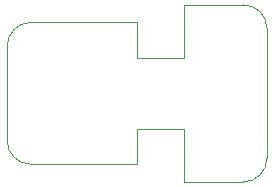
<source format=gbr>
%TF.GenerationSoftware,KiCad,Pcbnew,7.0.1*%
%TF.CreationDate,2025-01-27T12:13:09-08:00*%
%TF.ProjectId,project,70726f6a-6563-4742-9e6b-696361645f70,rev?*%
%TF.SameCoordinates,Original*%
%TF.FileFunction,Profile,NP*%
%FSLAX46Y46*%
G04 Gerber Fmt 4.6, Leading zero omitted, Abs format (unit mm)*
G04 Created by KiCad (PCBNEW 7.0.1) date 2025-01-27 12:13:09*
%MOMM*%
%LPD*%
G01*
G04 APERTURE LIST*
%TA.AperFunction,Profile*%
%ADD10C,0.100000*%
%TD*%
G04 APERTURE END LIST*
D10*
X110000000Y-87000000D02*
X101000000Y-87000000D01*
X101000000Y-99000000D02*
X110000000Y-99000000D01*
X121000000Y-87500000D02*
G75*
G03*
X119000000Y-85500000I-2000000J0D01*
G01*
X99000000Y-89000000D02*
X99000000Y-97000000D01*
X114000000Y-96000000D02*
X114000000Y-100500000D01*
X110000000Y-96000000D02*
X114000000Y-96000000D01*
X114000000Y-90000000D02*
X110000000Y-90000000D01*
X110000000Y-99000000D02*
X110000000Y-96000000D01*
X114000000Y-100500000D02*
X119000000Y-100500000D01*
X114000000Y-85500000D02*
X114000000Y-90000000D01*
X101000000Y-87000000D02*
G75*
G03*
X99000000Y-89000000I0J-2000000D01*
G01*
X119000000Y-100500000D02*
G75*
G03*
X121000000Y-98500000I0J2000000D01*
G01*
X110000000Y-90000000D02*
X110000000Y-87000000D01*
X114000000Y-85500000D02*
X119000000Y-85500000D01*
X121000000Y-87500000D02*
X121000000Y-98500000D01*
X99000000Y-97000000D02*
G75*
G03*
X101000000Y-99000000I2000000J0D01*
G01*
M02*

</source>
